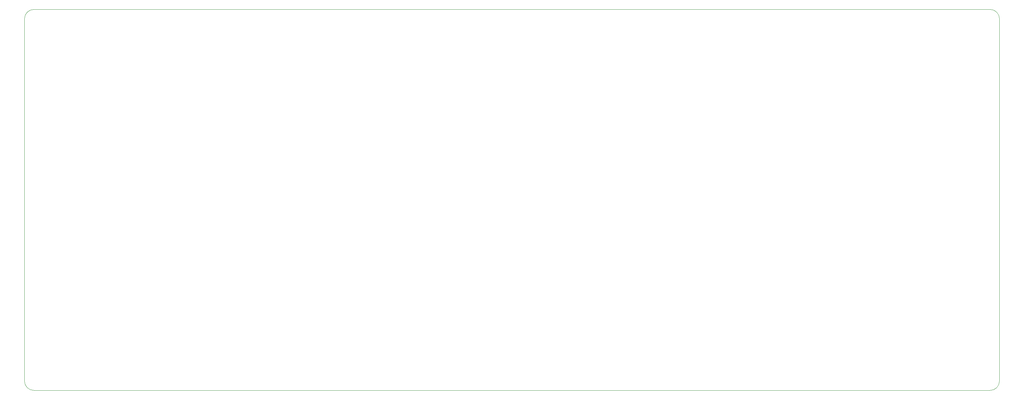
<source format=gm1>
G04 #@! TF.GenerationSoftware,KiCad,Pcbnew,(5.1.10-1-10_14)*
G04 #@! TF.CreationDate,2021-10-07T22:20:12+10:00*
G04 #@! TF.ProjectId,WTL-62-BOTTOM,57544c2d-3632-42d4-924f-54544f4d2e6b,rev?*
G04 #@! TF.SameCoordinates,Original*
G04 #@! TF.FileFunction,Profile,NP*
%FSLAX46Y46*%
G04 Gerber Fmt 4.6, Leading zero omitted, Abs format (unit mm)*
G04 Created by KiCad (PCBNEW (5.1.10-1-10_14)) date 2021-10-07 22:20:12*
%MOMM*%
%LPD*%
G01*
G04 APERTURE LIST*
G04 #@! TA.AperFunction,Profile*
%ADD10C,0.050000*%
G04 #@! TD*
G04 APERTURE END LIST*
D10*
X273843750Y-48418750D02*
G75*
G02*
X276225000Y-50800000I0J-2381250D01*
G01*
X30956250Y-145256250D02*
X273843750Y-145256250D01*
X273843750Y-48418750D02*
X30956250Y-48418750D01*
X30956250Y-145256250D02*
G75*
G02*
X28575000Y-142875000I0J2381250D01*
G01*
X28575000Y-50800000D02*
G75*
G02*
X30956250Y-48418750I2381250J0D01*
G01*
X28575000Y-50800000D02*
X28575000Y-142875000D01*
X276225000Y-142875000D02*
X276225000Y-50800000D01*
X276225000Y-142875000D02*
G75*
G02*
X273843750Y-145256250I-2381250J0D01*
G01*
M02*

</source>
